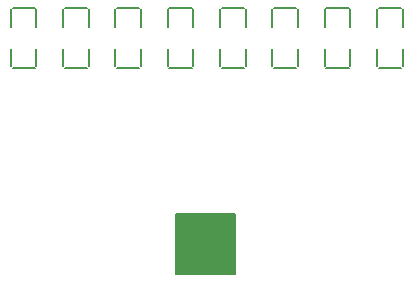
<source format=gbr>
%TF.GenerationSoftware,KiCad,Pcbnew,9.0.0-rc3-101-g1c85751bf0*%
%TF.CreationDate,2025-12-24T13:29:29+08:00*%
%TF.ProjectId,M4310_Drv,4d343331-305f-4447-9276-2e6b69636164,rev?*%
%TF.SameCoordinates,Original*%
%TF.FileFunction,Legend,Bot*%
%TF.FilePolarity,Positive*%
%FSLAX46Y46*%
G04 Gerber Fmt 4.6, Leading zero omitted, Abs format (unit mm)*
G04 Created by KiCad (PCBNEW 9.0.0-rc3-101-g1c85751bf0) date 2025-12-24 13:29:29*
%MOMM*%
%LPD*%
G01*
G04 APERTURE LIST*
%ADD10C,0.127000*%
%ADD11C,0.150000*%
G04 APERTURE END LIST*
D10*
X177730000Y-118730000D02*
X182730000Y-118730000D01*
X182730000Y-123730000D01*
X177730000Y-123730000D01*
X177730000Y-118730000D01*
G36*
X177730000Y-118730000D02*
G01*
X182730000Y-118730000D01*
X182730000Y-123730000D01*
X177730000Y-123730000D01*
X177730000Y-118730000D01*
G37*
D11*
%TO.C,C40*%
X168163571Y-102845000D02*
X168163571Y-101365000D01*
X168163571Y-104705000D02*
X168163571Y-106185000D01*
X168313571Y-101215000D02*
X170193571Y-101215000D01*
X168313571Y-106335000D02*
X170193571Y-106335000D01*
X170343571Y-101365000D02*
X170343571Y-102845000D01*
X170343571Y-106185000D02*
X170343571Y-104705000D01*
%TO.C,C28*%
X185877857Y-102845000D02*
X185877857Y-101365000D01*
X185877857Y-104705000D02*
X185877857Y-106185000D01*
X186027857Y-101215000D02*
X187907857Y-101215000D01*
X186027857Y-106335000D02*
X187907857Y-106335000D01*
X188057857Y-101365000D02*
X188057857Y-102845000D01*
X188057857Y-106185000D02*
X188057857Y-104705000D01*
%TO.C,C36*%
X190306429Y-102845000D02*
X190306429Y-101365000D01*
X190306429Y-104705000D02*
X190306429Y-106185000D01*
X190456429Y-101215000D02*
X192336429Y-101215000D01*
X190456429Y-106335000D02*
X192336429Y-106335000D01*
X192486429Y-101365000D02*
X192486429Y-102845000D01*
X192486429Y-106185000D02*
X192486429Y-104705000D01*
%TO.C,C38*%
X177020714Y-102845000D02*
X177020714Y-101365000D01*
X177020714Y-104705000D02*
X177020714Y-106185000D01*
X177170714Y-101215000D02*
X179050714Y-101215000D01*
X177170714Y-106335000D02*
X179050714Y-106335000D01*
X179200714Y-101365000D02*
X179200714Y-102845000D01*
X179200714Y-106185000D02*
X179200714Y-104705000D01*
%TO.C,C37*%
X181449286Y-102845000D02*
X181449286Y-101365000D01*
X181449286Y-104705000D02*
X181449286Y-106185000D01*
X181599286Y-101215000D02*
X183479286Y-101215000D01*
X181599286Y-106335000D02*
X183479286Y-106335000D01*
X183629286Y-101365000D02*
X183629286Y-102845000D01*
X183629286Y-106185000D02*
X183629286Y-104705000D01*
%TO.C,C39*%
X172592143Y-102845000D02*
X172592143Y-101365000D01*
X172592143Y-104705000D02*
X172592143Y-106185000D01*
X172742143Y-101215000D02*
X174622143Y-101215000D01*
X172742143Y-106335000D02*
X174622143Y-106335000D01*
X174772143Y-101365000D02*
X174772143Y-102845000D01*
X174772143Y-106185000D02*
X174772143Y-104705000D01*
%TO.C,C32*%
X194735000Y-102845000D02*
X194735000Y-101365000D01*
X194735000Y-104705000D02*
X194735000Y-106185000D01*
X194885000Y-101215000D02*
X196765000Y-101215000D01*
X194885000Y-106335000D02*
X196765000Y-106335000D01*
X196915000Y-101365000D02*
X196915000Y-102845000D01*
X196915000Y-106185000D02*
X196915000Y-104705000D01*
%TO.C,C41*%
X163735000Y-102845000D02*
X163735000Y-101365000D01*
X163735000Y-104705000D02*
X163735000Y-106185000D01*
X163885000Y-101215000D02*
X165765000Y-101215000D01*
X163885000Y-106335000D02*
X165765000Y-106335000D01*
X165915000Y-101365000D02*
X165915000Y-102845000D01*
X165915000Y-106185000D02*
X165915000Y-104705000D01*
%TD*%
M02*

</source>
